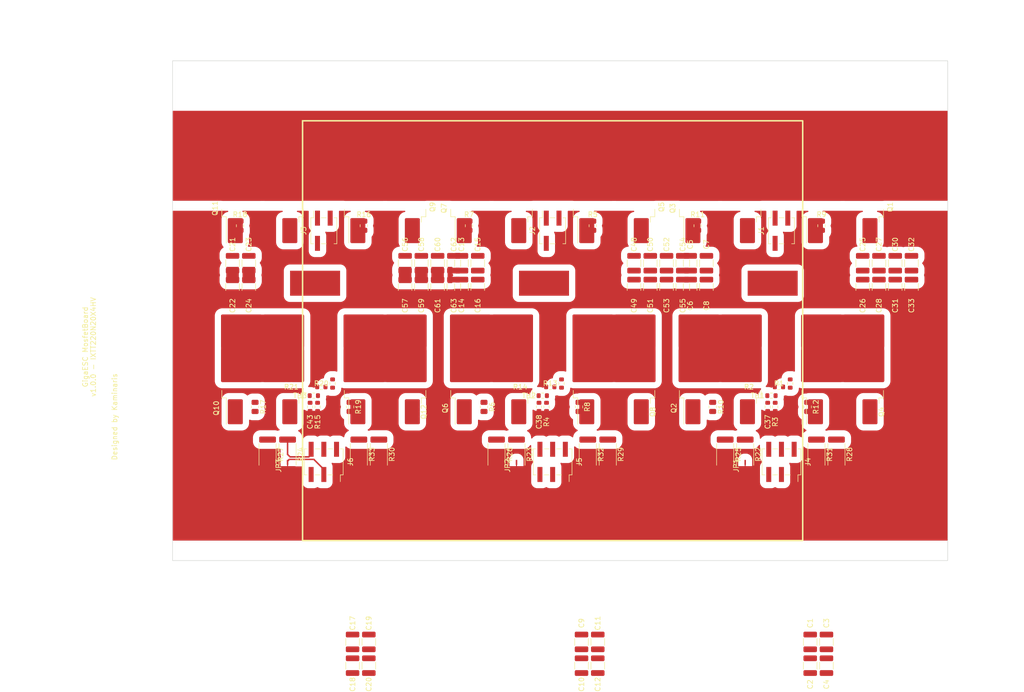
<source format=kicad_pcb>
(kicad_pcb (version 20221018) (generator pcbnew)
  (layers (0 "F.Cu" signal) (31 "B.Cu" signal) (34 "B.Paste" user) (35 "F.Paste" user) (36 "B.SilkS" user "B.Silkscreen") (37 "F.SilkS" user "F.Silkscreen") (38 "B.Mask" user) (39 "F.Mask" user) (44 "Edge.Cuts" user))
  (net 0 "")
  (net 1 "Net-(C1-Pad2)")
  (net 2 "Net-(C5-Pad2)")
  (net 3 "Net-(C13-Pad2)")
  (net 4 "Net-(C15-Pad2)")
  (net 5 "Net-(C17-Pad2)")
  (net 6 "Net-(C19-Pad2)")
  (net 7 "/PhaseMosfets1/SH-")
  (net 8 "-BATT")
  (net 9 "/PhaseMosfets1/SH+")
  (net 10 "/PhaseMosfets2/SH-")
  (net 11 "/PhaseMosfets2/SH+")
  (net 12 "/PhaseMosfets3/SH-")
  (net 13 "/PhaseMosfets3/SH+")
  (net 14 "+BATT")
  (net 15 "Net-(Q3-G)")
  (net 16 "Net-(Q1-G)")
  (net 17 "Net-(Q2-G)")
  (net 18 "Net-(Q4-G)")
  (net 19 "Net-(Q5-G)")
  (net 20 "Net-(Q7-G)")
  (net 21 "Net-(Q8-G)")
  (net 22 "Net-(Q9-G)")
  (net 23 "Net-(Q10-G)")
  (net 24 "Net-(Q6-G)")
  (net 25 "Net-(Q11-G)")
  (net 26 "Net-(Q12-G)")
  (net 27 "Net-(C3-Pad2)")
  (net 28 "Net-(C7-Pad2)")
  (net 29 "Net-(C10-Pad1)")
  (net 30 "Net-(C11-Pad2)")
  (net 31 "Net-(C21-Pad2)")
  (net 32 "Net-(C23-Pad2)")
  (net 33 "Net-(C25-Pad2)")
  (net 34 "Net-(C27-Pad2)")
  (net 35 "Net-(C30-Pad2)")
  (net 36 "Net-(C32-Pad2)")
  (net 37 "Net-(C48-Pad2)")
  (net 38 "Net-(C50-Pad2)")
  (net 39 "Net-(C52-Pad2)")
  (net 40 "Net-(C54-Pad2)")
  (net 41 "Net-(C56-Pad2)")
  (net 42 "Net-(C58-Pad2)")
  (net 43 "Net-(C60-Pad2)")
  (net 44 "Net-(C62-Pad2)")
  (net 45 "/PhaseMosfets1/3.3V_IN")
  (net 46 "/PhaseMosfets1/V_SENSE")
  (net 47 "/PhaseMosfets1/MOS_TEMP")
  (net 48 "/PhaseMosfets2/MOS_TEMP")
  (net 49 "/PhaseMosfets2/3.3V_IN")
  (net 50 "/PhaseMosfets2/V_SENSE")
  (net 51 "/PhaseMosfets3/MOS_TEMP")
  (net 52 "/PhaseMosfets3/3.3V_IN")
  (net 53 "/PhaseMosfets3/V_SENSE")
  (net 54 "/PhaseMosfets1/PH")
  (net 55 "/PhaseMosfets1/PL")
  (net 56 "/PhaseMosfets1/PHASE")
  (net 57 "/PhaseMosfets2/PH")
  (net 58 "/PhaseMosfets2/PL")
  (net 59 "/PhaseMosfets2/PHASE")
  (net 60 "/PhaseMosfets3/PH")
  (net 61 "/PhaseMosfets3/PL")
  (net 62 "/PhaseMosfets3/PHASE")
  (footprint "Capacitor_SMD:C_1210_3225Metric" (layer "F.Cu") (at 136.25 69.5 -90)
    (fp_text reference "C62")
    (fp_text value "10u 100V")
  )
  (footprint "Capacitor_SMD:C_1210_3225Metric" (layer "F.Cu") (at 161.775 145.275 -90)
    (fp_text reference "C9")
    (fp_text value "10u 100V")
  )
  (footprint "Capacitor_SMD:C_1210_3225Metric" (layer "F.Cu") (at 161.775 150.025 -90)
    (fp_text reference "C10")
    (fp_text value "10u 100V")
  )
  (footprint "Capacitor_SMD:C_1210_3225Metric" (layer "F.Cu") (at 221.25 74.25 -90)
    (fp_text reference "C28")
    (fp_text value "10u 100V")
  )
  (footprint "Capacitor_SMD:C_1210_3225Metric" (layer "F.Cu") (at 175.525 74.25 -90)
    (fp_text reference "C51")
    (fp_text value "10u 100V")
  )
  (footprint "Capacitor_SMD:C_1210_3225Metric" (layer "F.Cu") (at 165.025 145.275 -90)
    (fp_text reference "C11")
    (fp_text value "10u 100V")
  )
  (footprint "Capacitor_SMD:C_1210_3225Metric" (layer "F.Cu") (at 116 145.275 -90)
    (fp_text reference "C17")
    (fp_text value "10u 100V")
  )
  (footprint "Capacitor_SMD:C_1210_3225Metric" (layer "F.Cu") (at 178.775 74.25 -90)
    (fp_text reference "C53")
    (fp_text value "10u 100V")
  )
  (footprint "Resistor_SMD:R_2512_6332Metric" (layer "F.Cu") (at 163.025 107.75 -90)
    (fp_text reference "R32")
    (fp_text value "0.5m")
  )
  (footprint "Resistor_SMD:R_0805_2012Metric" (layer "F.Cu") (at 164.025 62 -90)
    (fp_text reference "R5")
    (fp_text value "2.2")
  )
  (footprint "GigaVescLibs:C_0603_1608Metric_L" (layer "F.Cu") (at 107.5 98.25 -90)
    (fp_text reference "C43")
    (fp_text value "1u")
  )
  (footprint "Capacitor_SMD:C_1210_3225Metric" (layer "F.Cu") (at 92 69.5 -90)
    (fp_text reference "C21")
    (fp_text value "10u 100V")
  )
  (footprint "Package_TO_SOT_SMD:TO-268-2" (layer "F.Cu") (at 143.775 89.25 90)
    (fp_text reference "Q6")
    (fp_text value "IXTT220N20X4HV")
  )
  (footprint "Resistor_SMD:R_0805_2012Metric" (layer "F.Cu") (at 188 98.25 -90)
    (fp_text reference "R10")
    (fp_text value "2.2")
  )
  (footprint "Resistor_SMD:R_2512_6332Metric" (layer "F.Cu") (at 148.775 107.75 -90)
    (fp_text reference "R23")
    (fp_text value "0.5m")
  )
  (footprint "Capacitor_SMD:C_1210_3225Metric" (layer "F.Cu") (at 133 74.25 -90)
    (fp_text reference "C61")
    (fp_text value "10u 100V")
  )
  (footprint "Capacitor_SMD:C_1210_3225Metric" (layer "F.Cu") (at 224.5 74.25 -90)
    (fp_text reference "C31")
    (fp_text value "10u 100V")
  )
  (footprint "Package_TO_SOT_SMD:TO-268-2" (layer "F.Cu") (at 189.5 53 90)
    (fp_text reference "Q3")
    (fp_text value "IXTT220N20X4HV")
  )
  (footprint "Package_TO_SOT_SMD:TO-268-2" (layer "F.Cu") (at 168.275 89.25 90)
    (fp_text reference "Q8")
    (fp_text value "IXTT220N20X4HV")
  )
  (footprint "Resistor_SMD:R_0603_1608Metric" (layer "F.Cu") (at 201.25 94.25 180)
    (fp_text reference "R2")
    (fp_text value "2.7k")
  )
  (footprint "Capacitor_SMD:C_1210_3225Metric" (layer "F.Cu") (at 165.025 150.025 -90)
    (fp_text reference "C12")
    (fp_text value "10u 100V")
  )
  (footprint "Capacitor_SMD:C_1210_3225Metric" (layer "F.Cu") (at 92 74.25 -90)
    (fp_text reference "C22")
    (fp_text value "10u 100V")
  )
  (footprint "Capacitor_SMD:C_1210_3225Metric" (layer "F.Cu") (at 218 69.5 -90)
    (fp_text reference "C25")
    (fp_text value "10u 100V")
  )
  (footprint "Capacitor_SMD:C_1210_3225Metric" (layer "F.Cu") (at 178.775 69.5 -90)
    (fp_text reference "C52")
    (fp_text value "10u 100V")
  )
  (footprint "Capacitor_SMD:C_1210_3225Metric" (layer "F.Cu") (at 95.25 69.5 -90)
    (fp_text reference "C23")
    (fp_text value "10u 100V")
  )
  (footprint "Capacitor_SMD:C_1210_3225Metric" (layer "F.Cu") (at 137.775 69.5 -90)
    (fp_text reference "C13")
    (fp_text value "10u 100V")
  )
  (footprint "Resistor_SMD:R_0603_1608Metric" (layer "F.Cu") (at 199.75 96 180)
    (fp_text reference "TH1")
    (fp_text value "NCP18XH103F03RB")
  )
  (footprint "Capacitor_SMD:C_1210_3225Metric" (layer "F.Cu") (at 95.25 74.25 -90)
    (fp_text reference "C24")
    (fp_text value "10u 100V")
  )
  (footprint "Package_TO_SOT_SMD:TO-268-2" (layer "F.Cu") (at 189.5 89.25 90)
    (fp_text reference "Q2")
    (fp_text value "IXTT220N20X4HV")
  )
  (footprint "Resistor_SMD:R_0603_1608Metric" (layer "F.Cu") (at 200.5 98.25 -90)
    (fp_text reference "R3")
    (fp_text value "10k")
  )
  (footprint "Resistor_SMD:R_2512_6332Metric" (layer "F.Cu") (at 103 107.75 -90)
    (fp_text reference "R24")
    (fp_text value "0.5m")
  )
  (footprint "Capacitor_SMD:C_1210_3225Metric" (layer "F.Cu") (at 172.275 74.25 -90)
    (fp_text reference "C49")
    (fp_text value "10u 100V")
  )
  (footprint "Capacitor_SMD:C_1210_3225Metric" (layer "F.Cu") (at 119.25 145.275 -90)
    (fp_text reference "C19")
    (fp_text value "10u 100V")
  )
  (footprint "Resistor_SMD:R_0805_2012Metric" (layer "F.Cu") (at 93.5 62 -90)
    (fp_text reference "R18")
    (fp_text value "2.2")
  )
  (footprint "Capacitor_SMD:C_1210_3225Metric" (layer "F.Cu") (at 141.025 69.5 -90)
    (fp_text reference "C15")
    (fp_text value "10u 100V")
  )
  (footprint "GigaVescLibs:SolderJumper0.3mm" (layer "F.Cu") (at 148.775 110 90)
    (fp_text reference "JP2")
    (fp_text value "DummyJumper")
  )
  (footprint "Capacitor_SMD:C_1210_3225Metric" (layer "F.Cu") (at 182.025 74.25 -90)
    (fp_text reference "C55")
    (fp_text value "10u 100V")
  )
  (footprint "Package_TO_SOT_SMD:TO-268-2" (layer "F.Cu") (at 214 89.25 90)
    (fp_text reference "Q4")
    (fp_text value "IXTT220N20X4HV")
  )
  (footprint "Capacitor_SMD:C_1210_3225Metric" (layer "F.Cu") (at 182.025 69.5 -90)
    (fp_text reference "C54")
    (fp_text value "10u 100V")
  )
  (footprint "Capacitor_SMD:C_1210_3225Metric" (layer "F.Cu") (at 207.5 150.025 -90)
    (fp_text reference "C2")
    (fp_text value "10u 100V")
  )
  (footprint "Connector_PinSocket_2.54mm:PinSocket_2x03_P2.54mm_Vertical_SMD" (layer "F.Cu") (at 156 109.25 -90)
    (fp_text reference "J5")
    (fp_text value "PhaseConn")
  )
  (footprint "Resistor_SMD:R_0603_1608Metric" (layer "F.Cu") (at 203.5 93.575 -90)
    (fp_text reference "R1")
    (fp_text value "150k")
  )
  (footprint "Capacitor_SMD:C_1210_3225Metric" (layer "F.Cu") (at 129.75 69.5 -90)
    (fp_text reference "C58")
    (fp_text value "10u 100V")
  )
  (footprint "GigaVescLibs:C_0603_1608Metric_L" (layer "F.Cu") (at 199 98.25 -90)
    (fp_text reference "C37")
    (fp_text value "1u")
  )
  (footprint "Capacitor_SMD:C_1210_3225Metric" (layer "F.Cu") (at 133 69.5 -90)
    (fp_text reference "C60")
    (fp_text value "10u 100V")
  )
  (footprint "Connector_Wire:SolderWirePad_1x01_SMD_5x10mm" (layer "F.Cu") (at 154.275 73.5 -90)
    (fp_text reference "J10" hide)
    (fp_text value "PhasePad")
  )
  (footprint "Package_TO_SOT_SMD:TO-268-2" (layer "F.Cu") (at 98 53 90)
    (fp_text reference "Q11")
    (fp_text value "IXTT220N20X4HV")
  )
  (footprint "GigaVescLibs:C_0603_1608Metric_L" (layer "F.Cu") (at 153.275 98.25 -90)
    (fp_text reference "C38")
    (fp_text value "1u")
  )
  (footprint "Connector_Wire:SolderWirePad_1x01_SMD_5x10mm" (layer "F.Cu") (at 231.75 46.75)
    (fp_text reference "J13" hide)
    (fp_text value "BATT+Conn2")
  )
  (footprint "Connector_Wire:SolderWirePad_1x01_SMD_5x10mm" (layer "F.Cu") (at 231.5 118)
    (fp_text reference "J9" hide)
    (fp_text value "BATT-Conn1")
  )
  (footprint "Resistor_SMD:R_0805_2012Metric" (layer "F.Cu") (at 209.75 62 -90)
    (fp_text reference "R9")
    (fp_text value "2.2")
  )
  (footprint "Connector_PinSocket_2.54mm:PinSocket_2x02_P2.54mm_Vertical_SMD" (layer "F.Cu") (at 156 63 90)
    (fp_text reference "J2")
    (fp_text value "DRIVER1")
  )
  (footprint "Connector_PinSocket_2.54mm:PinSocket_2x03_P2.54mm_Vertical_SMD" (layer "F.Cu") (at 110.25 109.25 -90)
    (fp_text reference "J6")
    (fp_text value "PhaseConn")
  )
  (footprint "Capacitor_SMD:C_1210_3225Metric" (layer "F.Cu") (at 221.25 69.5 -90)
    (fp_text reference "C27")
    (fp_text value "10u 100V")
  )
  (footprint "Resistor_SMD:R_0805_2012Metric" (layer "F.Cu") (at 161.275 98.25 -90)
    (fp_text reference "R8")
    (fp_text value "2.2")
  )
  (footprint "Package_TO_SOT_SMD:TO-268-2" (layer "F.Cu") (at 143.775 53 90)
    (fp_text reference "Q7")
    (fp_text value "IXTT220N20X4HV")
  )
  (footprint "Resistor_SMD:R_2512_6332Metric" (layer "F.Cu") (at 117.25 107.75 -90)
    (fp_text reference "R33")
    (fp_text value "0.5m")
  )
  (footprint "Capacitor_SMD:C_1210_3225Metric" (layer "F.Cu") (at 210.75 150.025 -90)
    (fp_text reference "C4")
    (fp_text value "10u 100V")
  )
  (footprint "Capacitor_SMD:C_1210_3225Metric" (layer "F.Cu") (at 207.5 145.275 -90)
    (fp_text reference "C1")
    (fp_text value "10u 100V")
  )
  (footprint "Resistor_SMD:R_0805_2012Metric" (layer "F.Cu") (at 185 62 -90)
    (fp_text reference "R11")
    (fp_text value "2.2")
  )
  (footprint "Resistor_SMD:R_0603_1608Metric" (layer "F.Cu") (at 112 93.575 -90)
    (fp_text reference "R20")
    (fp_text value "150k")
  )
  (footprint "Capacitor_SMD:C_1210_3225Metric" (layer "F.Cu") (at 119.25 150.025 -90)
    (fp_text reference "C20")
    (fp_text value "10u 100V")
  )
  (footprint "Resistor_SMD:R_0805_2012Metric" (layer "F.Cu") (at 207 98.25 -90)
    (fp_text reference "R12")
    (fp_text value "2.2")
  )
  (footprint "Capacitor_SMD:C_1210_3225Metric" (layer "F.Cu") (at 186.75 74.25 -90)
    (fp_text reference "C8")
    (fp_text value "10u 100V")
  )
  (footprint "Package_TO_SOT_SMD:TO-268-2" (layer "F.Cu") (at 122.5 89.25 90)
    (fp_text reference "Q12")
    (fp_text value "IXTT220N20X4HV")
  )
  (footprint "Capacitor_SMD:C_1210_3225Metric" (layer "F.Cu") (at 227.75 74.25 -90)
    (fp_text reference "C33")
    (fp_text value "10u 100V")
  )
  (footprint "Resistor_SMD:R_0603_1608Metric" (layer "F.Cu") (at 155.525 94.25 180)
    (fp_text reference "R14")
    (fp_text value "2.7k")
  )
  (footprint "Capacitor_SMD:C_1210_3225Metric" (layer "F.Cu") (at 129.75 74.25 -90)
    (fp_text reference "C59")
    (fp_text value "10u 100V")
  )
  (footprint "Connector_Wire:SolderWirePad_1x01_SMD_5x10mm" (layer "F.Cu") (at 200 73.5 -90)
    (fp_text reference "J7" hide)
    (fp_text value "PhasePad")
  )
  (footprint "Resistor_SMD:R_2512_6332Metric" (layer "F.Cu") (at 144.775 107.75 -90)
    (fp_text reference "R26")
    (fp_text value "0.5m")
  )
  (footprint "Capacitor_SMD:C_1210_3225Metric" (layer "F.Cu") (at 183.5 69.5 -90)
    (fp_text reference "C5")
    (fp_text value "10u 100V")
  )
  (footprint "Capacitor_SMD:C_1210_3225Metric" (layer "F.Cu") (at 175.525 69.5 -90)
    (fp_text reference "C50")
    (fp_text value "10u 100V")
  )
  (footprint "Connector_PinSocket_2.54mm:PinSocket_2x02_P2.54mm_Vertical_SMD" (layer "F.Cu") (at 201.75 63 90)
    (fp_text reference "J1")
    (fp_text value "DRIVER1")
  )
  (footprint "GigaVescLibs:SolderJumper0.3mm" (layer "F.Cu") (at 194.5 110 90)
    (fp_text reference "JP1")
    (fp_text value "DummyJumper")
  )
  (footprint "Resistor_SMD:R_0603_1608Metric" (layer "F.Cu") (at 154.025 96 180)
    (fp_text reference "TH2")
    (fp_text value "NCP18XH103F03RB")
  )
  (footprint "Resistor_SMD:R_0805_2012Metric" (layer "F.Cu") (at 142.275 98.25 -90)
    (fp_text reference "R6")
    (fp_text value "2.2")
  )
  (footprint "Capacitor_SMD:C_1210_3225Metric" (layer "F.Cu") (at 141.025 74.25 -90)
    (fp_text reference "C16")
    (fp_text value "10u 100V")
  )
  (footprint "Capacitor_SMD:C_1210_3225Metric" (layer "F.Cu") (at 172.275 69.5 -90)
    (fp_text reference "C48")
    (fp_text value "10u 100V")
  )
  (footprint "Resistor_SMD:R_0805_2012Metric" (layer "F.Cu") (at 96.5 98.25 -90)
    (fp_text reference "R17")
    (fp_text value "2.2")
  )
  (footprint "Connector_PinSocket_2.54mm:PinSocket_2x03_P2.54mm_Vertical_SMD" (layer "F.Cu") (at 201.75 109.25 -90)
    (fp_text reference "J4")
    (fp_text value "PhaseConn")
  )
  (footprint "Connector_Wire:SolderWirePad_1x01_SMD_5x10mm" (layer "F.Cu") (at 84.25 117)
    (fp_text reference "J14" hide)
    (fp_text value "BATT-Conn2")
  )
  (footprint "Capacitor_SMD:C_1210_3225Metric" (layer "F.Cu") (at 126.5 69.5 -90)
    (fp_text reference "C56")
    (fp_text value "10u 100V")
  )
  (footprint "Capacitor_SMD:C_1210_3225Metric" (layer "F.Cu") (at 186.75 69.5 -90)
    (fp_text reference "C7")
    (fp_text value "10u 100V")
  )
  (footprint "Connector_PinSocket_2.54mm:PinSocket_2x02_P2.54mm_Vertical_SMD" (layer "F.Cu") (at 110.25 63 90)
    (fp_text reference "J3")
    (fp_text value "DRIVER1")
  )
  (footprint "Package_TO_SOT_SMD:TO-268-2" (layer "F.Cu") (at 98 89.25 90)
    (fp_text reference "Q10")
    (fp_text value "IXTT220N20X4HV")
  )
  (footprint "Resistor_SMD:R_2512_6332Metric" (layer "F.Cu") (at 99 107.75 -90)
    (fp_text reference "R27")
    (fp_text value "0.5m")
  )
  (footprint "Resistor_SMD:R_2512_6332Metric" (layer "F.Cu") (at 212.75 107.75 -90)
    (fp_text reference "R28")
    (fp_text value "0.5m")
  )
  (footprint "GigaVescLibs:SolderJumper0.3mm" (layer "F.Cu") (at 103 110 90)
    (fp_text reference "JP3")
    (fp_text value "DummyJumper")
  )
  (footprint "Resistor_SMD:R_0603_1608Metric" (layer "F.Cu") (at 109.75 94.25 180)
    (fp_text reference "R21")
    (fp_text value "2.7k")
  )
  (footprint "Resistor_SMD:R_0603_1608Metric" (layer "F.Cu") (at 108.25 96 180)
    (fp_text reference "TH3")
    (fp_text value "NCP18XH103F03RB")
  )
  (footprint "Resistor_SMD:R_2512_6332Metric" (layer "F.Cu") (at 194.5 107.75 -90)
    (fp_text reference "R22")
    (fp_text value "0.5m")
  )
  (footprint "Package_TO_SOT_SMD:TO-268-2" (layer "F.Cu") (at 122.5 53 90)
    (fp_text reference "Q9")
    (fp_text value "IXTT220N20X4HV")
  )
  (footprint "Resistor_SMD:R_0805_2012Metric" (layer "F.Cu") (at 139.275 62 -90)
    (fp_text reference "R7")
    (fp_text value "2.2")
  )
  (footprint "Resistor_SMD:R_2512_6332Metric" (layer "F.Cu") (at 190.5 107.75 -90)
    (fp_text reference "R25")
    (fp_text value "0.5m")
  )
  (footprint "Package_TO_SOT_SMD:TO-268-2" (layer "F.Cu") (at 214 53 90)
    (fp_text reference "Q1")
    (fp_text value "IXTT220N20X4HV")
  )
  (footprint "Connector_Wire:SolderWirePad_1x01_SMD_5x10mm" (layer "F.Cu") (at 83.25 47.5)
    (fp_text reference "J8" hide)
    (fp_text value "BATT+Conn1")
  )
  (footprint "Capacitor_SMD:C_1210_3225Metric" (layer "F.Cu") (at 116 150.025 -90)
    (fp_text reference "C18")
    (fp_text value "10u 100V")
  )
  (footprint "Resistor_SMD:R_0603_1608Metric" (layer "F.Cu") (at 157.775 93.575 -90)
    (fp_text reference "R13")
    (fp_text value "150k")
  )
  (footprint "Resistor_SMD:R_0603_1608Metric" (layer "F.Cu") (at 109 98.25 -90)
    (fp_text reference "R15")
    (fp_text value "10k")
  )
  (footprint "Capacitor_SMD:C_1210_3225Metric" (layer "F.Cu") (at 210.75 145.275 -90)
    (fp_text reference "C3")
    (fp_text value "10u 100V")
  )
  (footprint "Resistor_SMD:R_2512_6332Metric" (layer "F.Cu") (at 167.025 107.75 -90)
    (fp_text reference "R29")
    (fp_text value "0.5m")
  )
  (footprint "Resistor_SMD:R_2512_6332Metric" (layer "F.Cu") (at 208.75 107.75 -90)
    (fp_text reference "R31")
    (fp_text value "0.5m")
  )
  (footprint "Capacitor_SMD:C_1210_3225Metric" (layer "F.Cu") (at 183.5 74.25 -90)
    (fp_text reference "C6")
    (fp_text value "10u 100V")
  )
  (footprint "Resistor_SMD:R_0805_2012Metric" (layer "F.Cu") (at 118.25 62 -90)
    (fp_text reference "R16")
    (fp_text value "2.2")
  )
  (footprint "Resistor_SMD:R_2512_6332Metric" (layer "F.Cu") (at 121.25 107.75 -90)
    (fp_text reference "R30")
    (fp_text value "0.5m")
  )
  (footprint "Capacitor_SMD:C_1210_3225Metric" (layer "F.Cu") (at 224.5 69.5 -90)
    (fp_text reference "C30")
    (fp_text value "10u 100V")
  )
  (footprint "Resistor_SMD:R_0805_2012Metric" (layer "F.Cu") (at 115.5 98.25 -90)
    (fp_text reference "R19")
    (fp_text value "2.2")
  )
  (footprint "Resistor_SMD:R_0603_1608Metric" (layer "F.Cu") (at 154.775 98.25 -90)
    (fp_text reference "R4")
    (fp_text value "10k")
  )
  (footprint "Connector_Wire:SolderWirePad_1x01_SMD_5x10mm" (layer "F.Cu") (at 108.5 73.5 -90)
    (fp_text reference "J11" hide)
    (fp_text value "PhasePad")
  )
  (footprint "Capacitor_SMD:C_1210_3225Metric" (layer "F.Cu") (at 126.5 74.25 -90)
    (fp_text reference "C57")
    (fp_text value "10u 100V")
  )
  (footprint "Capacitor_SMD:C_1210_3225Metric" (layer "F.Cu") (at 227.75 69.5 -90)
    (fp_text reference "C32")
    (fp_text value "10u 100V")
  )
  (footprint "Capacitor_SMD:C_1210_3225Metric" (layer "F.Cu") (at 218 74.25 -90)
    (fp_text reference "C26")
    (fp_text value "10u 100V")
  )
  (footprint "Capacitor_SMD:C_1210_3225Metric" (layer "F.Cu") (at 137.775 74.25 -90)
    (fp_text reference "C14")
    (fp_text value "10u 100V")
  )
  (footprint "Package_TO_SOT_SMD:TO-268-2" (layer "F.Cu") (at 168.275 53 90)
    (fp_text reference "Q5")
    (fp_text value "IXTT220N20X4HV")
  )
  (footprint "Capacitor_SMD:C_1210_3225Metric" (layer "F.Cu") (at 136.25 74.25 -90)
    (fp_text reference "C63")
    (fp_text value "10u 100V")
  )
  (gr_rect locked (start 106 41) (end 206 125) (stroke (width 0.3)) (fill none) (layer "F.SilkS"))
  (gr_rect (start 80 29) (end 235 129) (stroke (width 0.1)) (fill none) (layer "Edge.Cuts"))
  (gr_text "GigaESC MosfetBoard\nv1.0.0 - IXTT220N20X4HV" (at 64.75 86.25 90) (layer "F.SilkS") (effects (font (size 1 1)) (justify bottom)))
  (gr_text "Designed by Kaminaris" (at 69 109 90) (layer "F.SilkS") (effects (font (size 1 1)) (justify left bottom)))
  (segment (start 108.25 108.75) (end 110.25 110.75) (width 0.3) (layer "F.Cu") (net 12))
  (segment (start 110.25 110.75) (end 110.25 111.77) (width 0.3) (layer "F.Cu") (net 12))
  (segment (start 103 109.100001) (end 103.350001 108.75) (width 0.3) (layer "F.Cu") (net 12))
  (segment (start 103.350001 108.75) (end 108.25 108.75) (width 0.3) (layer "F.Cu") (net 12))
  (segment (start 103.5 108.25) (end 107.25 108.25) (width 0.3) (layer "F.Cu") (net 13))
  (segment (start 103 107.75) (end 103.5 108.25) (width 0.3) (layer "F.Cu") (net 13))
  (segment (start 107.25 108.25) (end 107.75 107.75) (width 0.3) (layer "F.Cu") (net 13))
  (segment (start 103 104.7875) (end 103 107.75) (width 0.3) (layer "F.Cu") (net 13))
  (zone (net 44) (net_name "Net-(C62-Pad2)") (layer "F.Cu") (priority 5) (connect_pads yes (clearance 0.5)) (min_thickness 0.25) (fill yes (thermal_gap 0.5) (thermal_bridge_width 0.5))
    (polygon (pts (xy 135 73.475) (xy 137.5 73.475) (xy 137.5 70.225) (xy 135 70.225)))
  )
  (zone (net 43) (net_name "Net-(C60-Pad2)") (layer "F.Cu") (priority 5) (connect_pads yes (clearance 0.5)) (min_thickness 0.25) (fill yes (thermal_gap 0.5) (thermal_bridge_width 0.5))
    (polygon (pts (xy 131.75 73.475) (xy 134.25 73.475) (xy 134.25 70.225) (xy 131.75 70.225)))
  )
  (zone (net 42) (net_name "Net-(C58-Pad2)") (layer "F.Cu") (priority 5) (connect_pads yes (clearance 0.5)) (min_thickness 0.25) (fill yes (thermal_gap 0.5) (thermal_bridge_width 0.5))
    (polygon (pts (xy 128.5 73.475) (xy 131 73.475) (xy 131 70.225) (xy 128.5 70.225)))
  )
  (zone (net 41) (net_name "Net-(C56-Pad2)") (layer "F.Cu") (priority 5) (connect_pads yes (clearance 0.5)) (min_thickness 0.25) (fill yes (thermal_gap 0.5) (thermal_bridge_width 0.5))
    (polygon (pts (xy 125.25 73.475) (xy 127.75 73.475) (xy 127.75 70.225) (xy 125.25 70.225)))
  )
  (zone (net 32) (net_name "Net-(C23-Pad2)") (layer "F.Cu") (priority 5) (connect_pads yes (clearance 0.5)) (min_thickness 0.25) (fill yes (thermal_gap 0.5) (thermal_bridge_width 0.5))
    (polygon (pts (xy 94 73.475) (xy 96.5 73.475) (xy 96.5 70.225) (xy 94 70.225)))
  )
  (zone (net 31) (net_name "Net-(C21-Pad2)") (layer "F.Cu") (priority 5) (connect_pads yes (clearance 0.5)) (min_thickness 0.25) (fill yes (thermal_gap 0.5) (thermal_bridge_width 0.5))
    (polygon (pts (xy 90.75 73.475) (xy 93.25 73.475) (xy 93.25 70.225) (xy 90.75 70.225)))
  )
  (zone (net 0) (net_name "") (layers "F&B.Cu") (connect_pads yes (clearance 0)) (min_thickness 0.25)
    (keepout (tracks not_allowed) (vias not_allowed) (pads not_allowed) (copperpour not_allowed) (footprints not_allowed))
    (fill (thermal_gap 0.5) (thermal_bridge_width 0.5))
    (polygon (pts (xy 80 125) (xy 80 129) (xy 235 129) (xy 235 125)))
  )
  (zone (net 14) (net_name "+BATT") (layers "F&B.Cu") (priority 1) (connect_pads yes (clearance 1.25)) (min_thickness 0.25) (fill yes (thermal_gap 0.5) (thermal_bridge_width 0.5))
    (polygon (pts (xy 80 39) (xy 80 57) (xy 235 57) (xy 235 39)))
  )
  (zone (net 8) (net_name "-BATT") (layers "F&B.Cu") (connect_pads yes (clearance 1.25)) (min_thickness 0.25) (fill yes (thermal_gap 0.5) (thermal_bridge_width 0.5))
    (polygon (pts (xy 80 59) (xy 235 59) (xy 235 125) (xy 80 125)))
  )
  (zone (net 0) (net_name "") (layers "F&B.Cu" "*.Adhes" "*.Paste" "*.SilkS" "*.Mask") (connect_pads yes (clearance 0)) (min_thickness 0.25)
    (keepout (tracks not_allowed) (vias not_allowed) (pads not_allowed) (copperpour not_allowed) (footprints not_allowed))
    (fill (thermal_gap 0.5) (thermal_bridge_width 0.5))
    (polygon (pts (xy 80 29) (xy 80 33) (xy 235 33) (xy 235 29)))
  )
)
</source>
